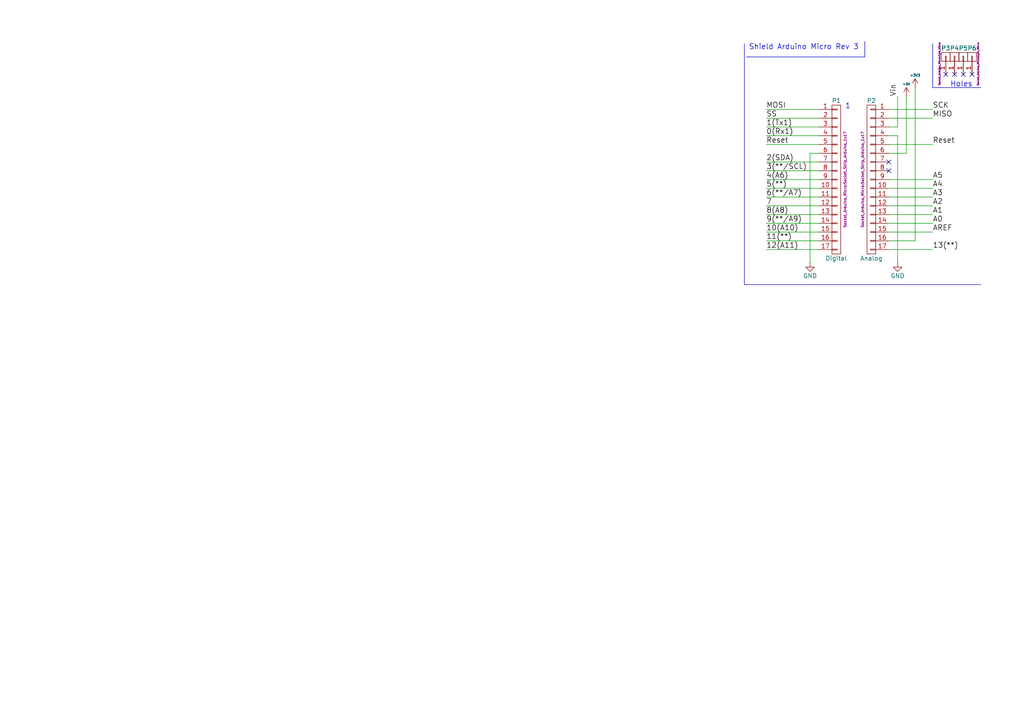
<source format=kicad_sch>
(kicad_sch (version 20230121) (generator eeschema)
  (paper "A4")
  (title_block (date "sam. 04 avril 2015"))
  (lib_symbols
    (symbol "Arduino_Micro-rescue:+3.3V" (power) (pin_names (offset 0))
      (property "Value" "+3.3V" (at 0 3.556 0))
      (symbol "+3.3V_0_1"
        (polyline (pts (xy -0.762 1.27) (xy 0 2.54)))
        (polyline (pts (xy 0 0) (xy 0 2.54)))
        (polyline (pts (xy 0 2.54) (xy 0.762 1.27)))
      )
      (symbol "+3.3V_1_1"
        (pin power_in line (at 0 0 90) (length 0) hide (name "+3V3") (number "1"))
      )
    )
    (symbol "Arduino_Micro-rescue:+5V" (power) (pin_names (offset 0))
      (property "Value" "+5V" (at 0 3.556 0))
      (symbol "+5V_0_1"
        (polyline (pts (xy -0.762 1.27) (xy 0 2.54)))
        (polyline (pts (xy 0 0) (xy 0 2.54)))
        (polyline (pts (xy 0 2.54) (xy 0.762 1.27)))
      )
      (symbol "+5V_1_1"
        (pin power_in line (at 0 0 90) (length 0) hide (name "+5V") (number "1"))
      )
    )
    (symbol "Arduino_Micro-rescue:CONN_01X01" (pin_names (offset 1.016) hide)
      (property "Reference" "P" (at 0 2.54 0))
      (property "Value" "CONN_01X01" (at 2.54 0 90))
      (symbol "CONN_01X01_0_1"
        (rectangle (start -1.27 0.127) (end 0.254 -0.127))
        (rectangle (start -1.27 1.27) (end 1.27 -1.27))
      )
      (symbol "CONN_01X01_1_1"
        (pin passive line (at -5.08 0 0) (length 3.81) (name "P1") (number "1"))
      )
    )
    (symbol "Arduino_Micro-rescue:CONN_01X17" (pin_names (offset 1.016) hide)
      (property "Reference" "P" (at 0 22.86 0))
      (property "Value" "CONN_01X17" (at 2.54 0 90))
      (symbol "CONN_01X17_0_1"
        (rectangle (start -1.27 -20.193) (end 0.254 -20.447))
        (rectangle (start -1.27 -17.653) (end 0.254 -17.907))
        (rectangle (start -1.27 -15.113) (end 0.254 -15.367))
        (rectangle (start -1.27 -12.573) (end 0.254 -12.827))
        (rectangle (start -1.27 -10.033) (end 0.254 -10.287))
        (rectangle (start -1.27 -7.493) (end 0.254 -7.747))
        (rectangle (start -1.27 -4.953) (end 0.254 -5.207))
        (rectangle (start -1.27 -2.413) (end 0.254 -2.667))
        (rectangle (start -1.27 0.127) (end 0.254 -0.127))
        (rectangle (start -1.27 2.667) (end 0.254 2.413))
        (rectangle (start -1.27 5.207) (end 0.254 4.953))
        (rectangle (start -1.27 7.747) (end 0.254 7.493))
        (rectangle (start -1.27 10.287) (end 0.254 10.033))
        (rectangle (start -1.27 12.827) (end 0.254 12.573))
        (rectangle (start -1.27 15.367) (end 0.254 15.113))
        (rectangle (start -1.27 17.907) (end 0.254 17.653))
        (rectangle (start -1.27 20.447) (end 0.254 20.193))
        (rectangle (start -1.27 21.59) (end 1.27 -21.59))
      )
      (symbol "CONN_01X17_1_1"
        (pin passive line (at -5.08 20.32 0) (length 3.81) (name "P1") (number "1"))
        (pin passive line (at -5.08 -2.54 0) (length 3.81) (name "P10") (number "10"))
        (pin passive line (at -5.08 -5.08 0) (length 3.81) (name "P11") (number "11"))
        (pin passive line (at -5.08 -7.62 0) (length 3.81) (name "P12") (number "12"))
        (pin passive line (at -5.08 -10.16 0) (length 3.81) (name "P13") (number "13"))
        (pin passive line (at -5.08 -12.7 0) (length 3.81) (name "P14") (number "14"))
        (pin passive line (at -5.08 -15.24 0) (length 3.81) (name "P15") (number "15"))
        (pin passive line (at -5.08 -17.78 0) (length 3.81) (name "P16") (number "16"))
        (pin passive line (at -5.08 -20.32 0) (length 3.81) (name "P17") (number "17"))
        (pin passive line (at -5.08 17.78 0) (length 3.81) (name "P2") (number "2"))
        (pin passive line (at -5.08 15.24 0) (length 3.81) (name "P3") (number "3"))
        (pin passive line (at -5.08 12.7 0) (length 3.81) (name "P4") (number "4"))
        (pin passive line (at -5.08 10.16 0) (length 3.81) (name "P5") (number "5"))
        (pin passive line (at -5.08 7.62 0) (length 3.81) (name "P6") (number "6"))
        (pin passive line (at -5.08 5.08 0) (length 3.81) (name "P7") (number "7"))
        (pin passive line (at -5.08 2.54 0) (length 3.81) (name "P8") (number "8"))
        (pin passive line (at -5.08 0 0) (length 3.81) (name "P9") (number "9"))
      )
    )
    (symbol "Arduino_Micro-rescue:GND" (power) (pin_names (offset 0))
      (property "Value" "GND" (at 0 -3.81 0))
      (symbol "GND_0_1"
        (polyline (pts (xy 0 0) (xy 0 -1.27) (xy 1.27 -1.27) (xy 0 -2.54) (xy -1.27 -1.27) (xy 0 -1.27)))
      )
      (symbol "GND_1_1"
        (pin power_in line (at 0 0 270) (length 0) hide (name "GND") (number "1"))
      )
    )
  )
  (no_connect (at 279.4 21.59))
  (no_connect (at 257.81 46.99))
  (no_connect (at 276.86 21.59))
  (no_connect (at 257.81 49.53))
  (no_connect (at 281.94 21.59))
  (no_connect (at 274.32 21.59))
  (wire (pts (xy 237.49 44.45) (xy 234.95 44.45)))
  (wire (pts (xy 262.89 44.45) (xy 262.89 27.94)))
  (wire (pts (xy 222.25 72.39) (xy 237.49 72.39)))
  (wire (pts (xy 270.51 72.39) (xy 257.81 72.39)))
  (wire (pts (xy 257.81 34.29) (xy 270.51 34.29)))
  (wire (pts (xy 222.25 57.15) (xy 237.49 57.15)))
  (wire (pts (xy 257.81 44.45) (xy 262.89 44.45)))
  (wire (pts (xy 260.35 39.37) (xy 260.35 76.2)))
  (wire (pts (xy 270.51 31.75) (xy 257.81 31.75)))
  (wire (pts (xy 257.81 67.31) (xy 270.51 67.31)))
  (wire (pts (xy 257.81 62.23) (xy 270.51 62.23)))
  (wire (pts (xy 270.51 57.15) (xy 257.81 57.15)))
  (polyline (pts (xy 215.9 82.55) (xy 284.48 82.55)))
  (wire (pts (xy 265.43 25.4) (xy 265.43 69.85)))
  (wire (pts (xy 222.25 67.31) (xy 237.49 67.31)))
  (wire (pts (xy 222.25 31.75) (xy 237.49 31.75)))
  (wire (pts (xy 222.25 69.85) (xy 237.49 69.85)))
  (wire (pts (xy 222.25 49.53) (xy 237.49 49.53)))
  (wire (pts (xy 257.81 36.83) (xy 260.35 36.83)))
  (wire (pts (xy 265.43 69.85) (xy 257.81 69.85)))
  (polyline (pts (xy 270.51 25.4) (xy 270.51 12.7)))
  (wire (pts (xy 260.35 36.83) (xy 260.35 27.94)))
  (wire (pts (xy 234.95 44.45) (xy 234.95 76.2)))
  (wire (pts (xy 270.51 59.69) (xy 257.81 59.69)))
  (polyline (pts (xy 284.48 25.4) (xy 270.51 25.4)))
  (wire (pts (xy 222.25 64.77) (xy 237.49 64.77)))
  (wire (pts (xy 222.25 54.61) (xy 237.49 54.61)))
  (wire (pts (xy 270.51 64.77) (xy 257.81 64.77)))
  (wire (pts (xy 222.25 52.07) (xy 237.49 52.07)))
  (wire (pts (xy 222.25 34.29) (xy 237.49 34.29)))
  (wire (pts (xy 222.25 36.83) (xy 237.49 36.83)))
  (wire (pts (xy 257.81 39.37) (xy 260.35 39.37)))
  (wire (pts (xy 270.51 52.07) (xy 257.81 52.07)))
  (wire (pts (xy 222.25 41.91) (xy 237.49 41.91)))
  (wire (pts (xy 222.25 62.23) (xy 237.49 62.23)))
  (wire (pts (xy 270.51 41.91) (xy 257.81 41.91)))
  (wire (pts (xy 222.25 39.37) (xy 237.49 39.37)))
  (polyline (pts (xy 250.825 16.51) (xy 250.825 12.065)))
  (wire (pts (xy 257.81 54.61) (xy 270.51 54.61)))
  (polyline (pts (xy 216.535 16.51) (xy 250.825 16.51)))
  (wire (pts (xy 222.25 46.99) (xy 237.49 46.99)))
  (polyline (pts (xy 215.9 12.7) (xy 215.9 82.55)))
  (wire (pts (xy 222.25 59.69) (xy 237.49 59.69)))
  (text "1" (at 245.11 31.75 0) (effects (font (size 1.524 1.524)) (justify left bottom)))
  (text "Shield Arduino Micro Rev 3" (at 217.17 14.605 0) (effects (font (size 1.524 1.524)) (justify left bottom)))
  (text "Holes" (at 275.59 25.4 0) (effects (font (size 1.524 1.524)) (justify left bottom)))
  (label "8(A8)" (at 222.25 62.23 0) (effects (font (size 1.524 1.524))))
  (label "A3" (at 270.51 57.15 0) (effects (font (size 1.524 1.524))))
  (label "5(**)" (at 222.25 54.61 0) (effects (font (size 1.524 1.524))))
  (label "4(A6)" (at 222.25 52.07 0) (effects (font (size 1.524 1.524))))
  (label "A0" (at 270.51 64.77 0) (effects (font (size 1.524 1.524))))
  (label "7" (at 222.25 59.69 0) (effects (font (size 1.524 1.524))))
  (label "MISO" (at 270.51 34.29 0) (effects (font (size 1.524 1.524))))
  (label "A2" (at 270.51 59.69 0) (effects (font (size 1.524 1.524))))
  (label "12(A11)" (at 222.25 72.39 0) (effects (font (size 1.524 1.524))))
  (label "6(**/A7)" (at 222.25 57.15 0) (effects (font (size 1.524 1.524))))
  (label "Reset" (at 270.51 41.91 0) (effects (font (size 1.524 1.524))))
  (label "11(**)" (at 222.25 69.85 0) (effects (font (size 1.524 1.524))))
  (label "MOSI" (at 222.25 31.75 0) (effects (font (size 1.524 1.524))))
  (label "Vin" (at 260.35 27.94 90) (effects (font (size 1.524 1.524))))
  (label "A5" (at 270.51 52.07 0) (effects (font (size 1.524 1.524))))
  (label "3(**/SCL)" (at 222.25 49.53 0) (effects (font (size 1.524 1.524))))
  (label "A1" (at 270.51 62.23 0) (effects (font (size 1.524 1.524))))
  (label "2(SDA)" (at 222.25 46.99 0) (effects (font (size 1.524 1.524))))
  (label "10(A10)" (at 222.25 67.31 0) (effects (font (size 1.524 1.524))))
  (label "1(Tx1)" (at 222.25 36.83 0) (effects (font (size 1.524 1.524))))
  (label "A4" (at 270.51 54.61 0) (effects (font (size 1.524 1.524))))
  (label "AREF" (at 270.51 67.31 0) (effects (font (size 1.524 1.524))))
  (label "SS" (at 222.25 34.29 0) (effects (font (size 1.524 1.524))))
  (label "Reset" (at 222.25 41.91 0) (effects (font (size 1.524 1.524))))
  (label "13(**)" (at 270.51 72.39 0) (effects (font (size 1.524 1.524))))
  (label "0(Rx1)" (at 222.25 39.37 0) (effects (font (size 1.524 1.524))))
  (label "SCK" (at 270.51 31.75 0) (effects (font (size 1.524 1.524))))
  (label "9(**/A9)" (at 222.25 64.77 0) (effects (font (size 1.524 1.524))))
  (symbol (lib_id "Arduino_Micro-rescue:CONN_01X17") (at 242.57 52.07 0) (unit 1)
    (property "Reference" "P1" (at 242.57 29.21 0))
    (property "Value" "Digital" (at 242.57 74.93 0))
    (property "Footprint" "Socket_Arduino_Micro:Socket_Strip_Arduino_1x17" (at 245.11 52.07 90) (effects (font (size 0.762 0.762))))
  )
  (symbol (lib_id "Arduino_Micro-rescue:CONN_01X17") (at 252.73 52.07 0) (mirror y) (unit 1)
    (property "Reference" "P2" (at 252.73 29.21 0))
    (property "Value" "Analog" (at 252.73 74.93 0))
    (property "Footprint" "Socket_Arduino_Micro:Socket_Strip_Arduino_1x17" (at 250.19 52.07 90) (effects (font (size 0.762 0.762))))
  )
  (symbol (lib_id "Arduino_Micro-rescue:GND") (at 234.95 76.2 0) (unit 1)
    (property "Reference" "#PWR01" (effects hide))
    (property "Value" "GND" (at 234.95 80.01 0))
  )
  (symbol (lib_id "Arduino_Micro-rescue:+5V") (at 262.89 27.94 0) (unit 1)
    (property "Reference" "#PWR02" (effects hide))
    (property "Value" "+5V" (at 262.89 24.384 0) (effects (font (size 0.7112 0.7112))))
  )
  (symbol (lib_id "Arduino_Micro-rescue:GND") (at 260.35 76.2 0) (unit 1)
    (property "Reference" "#PWR03" (effects hide))
    (property "Value" "GND" (at 260.35 80.01 0))
  )
  (symbol (lib_id "Arduino_Micro-rescue:+3.3V") (at 265.43 25.4 0) (unit 1)
    (property "Reference" "#PWR04" (effects hide))
    (property "Value" "+3.3V" (at 265.43 21.844 0) (effects (font (size 0.7112 0.7112))))
  )
  (symbol (lib_id "Arduino_Micro-rescue:CONN_01X01") (at 274.32 16.51 90) (unit 1)
    (property "Reference" "P3" (at 274.32 13.97 90))
    (property "Value" "CONN_01X01" (effects hide))
    (property "Footprint" "Socket_Arduino_Micro:1pin_Micro" (at 272.4912 18.4912 0) (effects (font (size 0.508 0.508))))
  )
  (symbol (lib_id "Arduino_Micro-rescue:CONN_01X01") (at 276.86 16.51 90) (unit 1)
    (property "Reference" "P4" (at 276.86 13.97 90))
    (property "Value" "CONN_01X01" (effects hide))
    (property "Footprint" "Socket_Arduino_Micro:1pin_Micro" (effects hide))
  )
  (symbol (lib_id "Arduino_Micro-rescue:CONN_01X01") (at 279.4 16.51 90) (unit 1)
    (property "Reference" "P5" (at 279.4 13.97 90))
    (property "Value" "CONN_01X01" (effects hide))
    (property "Footprint" "Socket_Arduino_Micro:1pin_Micro" (effects hide))
  )
  (symbol (lib_id "Arduino_Micro-rescue:CONN_01X01") (at 281.94 16.51 90) (unit 1)
    (property "Reference" "P6" (at 281.94 13.97 90))
    (property "Value" "CONN_01X01" (effects hide))
    (property "Footprint" "Socket_Arduino_Micro:1pin_Micro" (at 283.6926 18.5674 0) (effects (font (size 0.508 0.508))))
  )
)
</source>
